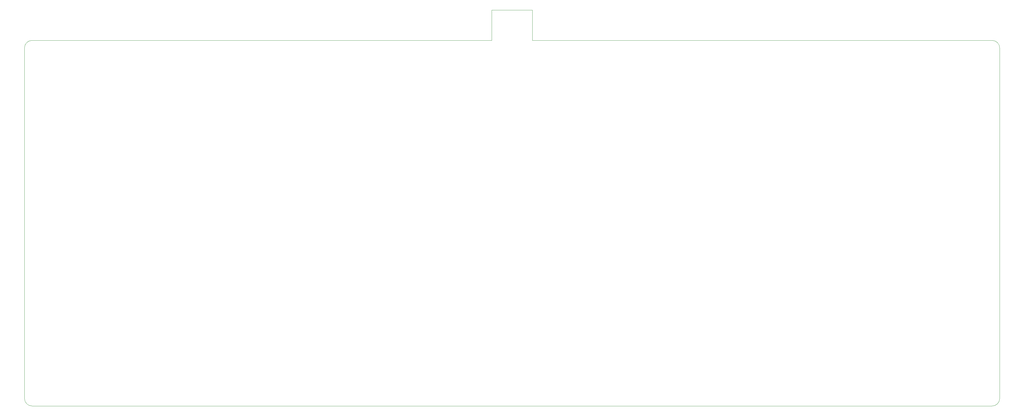
<source format=gm1>
G04 #@! TF.GenerationSoftware,KiCad,Pcbnew,(5.1.4)-1*
G04 #@! TF.CreationDate,2020-09-27T22:15:01+10:00*
G04 #@! TF.ProjectId,merchants 60,6d657263-6861-46e7-9473-2036302e6b69,rev?*
G04 #@! TF.SameCoordinates,Original*
G04 #@! TF.FileFunction,Profile,NP*
%FSLAX46Y46*%
G04 Gerber Fmt 4.6, Leading zero omitted, Abs format (unit mm)*
G04 Created by KiCad (PCBNEW (5.1.4)-1) date 2020-09-27 22:15:01*
%MOMM*%
%LPD*%
G04 APERTURE LIST*
%ADD10C,0.050000*%
G04 APERTURE END LIST*
D10*
X209550000Y-76993750D02*
X65881250Y-76993750D01*
X365918750Y-76993750D02*
X222250000Y-76993750D01*
X222250000Y-67468750D02*
X222250000Y-76993750D01*
X209550000Y-67468750D02*
X222250000Y-67468750D01*
X209550000Y-76993750D02*
X209550000Y-67468750D01*
X368300000Y-188912500D02*
X368300000Y-79375000D01*
X65881250Y-191293750D02*
X365918750Y-191293750D01*
X63500000Y-188912500D02*
X63500000Y-79375000D01*
X65881250Y-191293750D02*
G75*
G02X63500000Y-188912500I0J2381250D01*
G01*
X368300000Y-188912500D02*
G75*
G02X365918750Y-191293750I-2381250J0D01*
G01*
X365918750Y-76993750D02*
G75*
G02X368300000Y-79375000I0J-2381250D01*
G01*
X63500000Y-79375000D02*
G75*
G02X65881250Y-76993750I2381250J0D01*
G01*
M02*

</source>
